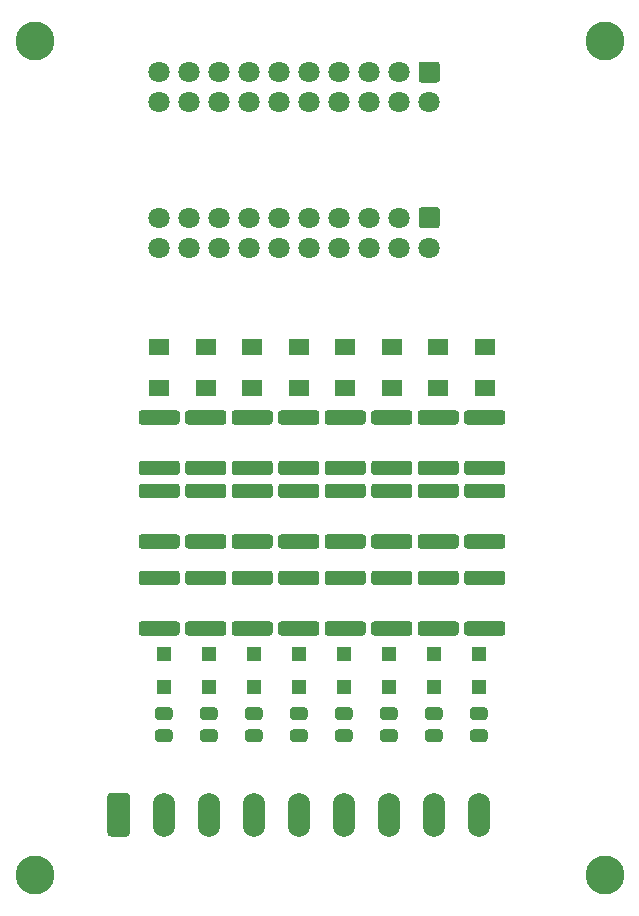
<source format=gbr>
%TF.GenerationSoftware,KiCad,Pcbnew,(5.1.6)-1*%
%TF.CreationDate,2021-03-16T16:30:30+01:00*%
%TF.ProjectId,24v-logic,3234762d-6c6f-4676-9963-2e6b69636164,rev?*%
%TF.SameCoordinates,Original*%
%TF.FileFunction,Soldermask,Top*%
%TF.FilePolarity,Negative*%
%FSLAX46Y46*%
G04 Gerber Fmt 4.6, Leading zero omitted, Abs format (unit mm)*
G04 Created by KiCad (PCBNEW (5.1.6)-1) date 2021-03-16 16:30:30*
%MOMM*%
%LPD*%
G01*
G04 APERTURE LIST*
%ADD10C,3.300000*%
%ADD11C,1.800000*%
%ADD12O,1.900000X3.700000*%
%ADD13R,1.200000X1.200000*%
%ADD14R,1.800000X1.400000*%
G04 APERTURE END LIST*
D10*
%TO.C,H4*%
X134747000Y-134620000D03*
%TD*%
%TO.C,H3*%
X134747000Y-64008000D03*
%TD*%
%TO.C,H2*%
X86487000Y-134620000D03*
%TD*%
%TO.C,H1*%
X86487000Y-64008000D03*
%TD*%
%TO.C,R24*%
G36*
G01*
X123109221Y-113158000D02*
X126064779Y-113158000D01*
G75*
G02*
X126337000Y-113430221I0J-272221D01*
G01*
X126337000Y-114110779D01*
G75*
G02*
X126064779Y-114383000I-272221J0D01*
G01*
X123109221Y-114383000D01*
G75*
G02*
X122837000Y-114110779I0J272221D01*
G01*
X122837000Y-113430221D01*
G75*
G02*
X123109221Y-113158000I272221J0D01*
G01*
G37*
G36*
G01*
X123109221Y-108883000D02*
X126064779Y-108883000D01*
G75*
G02*
X126337000Y-109155221I0J-272221D01*
G01*
X126337000Y-109835779D01*
G75*
G02*
X126064779Y-110108000I-272221J0D01*
G01*
X123109221Y-110108000D01*
G75*
G02*
X122837000Y-109835779I0J272221D01*
G01*
X122837000Y-109155221D01*
G75*
G02*
X123109221Y-108883000I272221J0D01*
G01*
G37*
%TD*%
%TO.C,R23*%
G36*
G01*
X119172221Y-113158000D02*
X122127779Y-113158000D01*
G75*
G02*
X122400000Y-113430221I0J-272221D01*
G01*
X122400000Y-114110779D01*
G75*
G02*
X122127779Y-114383000I-272221J0D01*
G01*
X119172221Y-114383000D01*
G75*
G02*
X118900000Y-114110779I0J272221D01*
G01*
X118900000Y-113430221D01*
G75*
G02*
X119172221Y-113158000I272221J0D01*
G01*
G37*
G36*
G01*
X119172221Y-108883000D02*
X122127779Y-108883000D01*
G75*
G02*
X122400000Y-109155221I0J-272221D01*
G01*
X122400000Y-109835779D01*
G75*
G02*
X122127779Y-110108000I-272221J0D01*
G01*
X119172221Y-110108000D01*
G75*
G02*
X118900000Y-109835779I0J272221D01*
G01*
X118900000Y-109155221D01*
G75*
G02*
X119172221Y-108883000I272221J0D01*
G01*
G37*
%TD*%
%TO.C,R22*%
G36*
G01*
X115235221Y-113158000D02*
X118190779Y-113158000D01*
G75*
G02*
X118463000Y-113430221I0J-272221D01*
G01*
X118463000Y-114110779D01*
G75*
G02*
X118190779Y-114383000I-272221J0D01*
G01*
X115235221Y-114383000D01*
G75*
G02*
X114963000Y-114110779I0J272221D01*
G01*
X114963000Y-113430221D01*
G75*
G02*
X115235221Y-113158000I272221J0D01*
G01*
G37*
G36*
G01*
X115235221Y-108883000D02*
X118190779Y-108883000D01*
G75*
G02*
X118463000Y-109155221I0J-272221D01*
G01*
X118463000Y-109835779D01*
G75*
G02*
X118190779Y-110108000I-272221J0D01*
G01*
X115235221Y-110108000D01*
G75*
G02*
X114963000Y-109835779I0J272221D01*
G01*
X114963000Y-109155221D01*
G75*
G02*
X115235221Y-108883000I272221J0D01*
G01*
G37*
%TD*%
%TO.C,R21*%
G36*
G01*
X111298221Y-113158000D02*
X114253779Y-113158000D01*
G75*
G02*
X114526000Y-113430221I0J-272221D01*
G01*
X114526000Y-114110779D01*
G75*
G02*
X114253779Y-114383000I-272221J0D01*
G01*
X111298221Y-114383000D01*
G75*
G02*
X111026000Y-114110779I0J272221D01*
G01*
X111026000Y-113430221D01*
G75*
G02*
X111298221Y-113158000I272221J0D01*
G01*
G37*
G36*
G01*
X111298221Y-108883000D02*
X114253779Y-108883000D01*
G75*
G02*
X114526000Y-109155221I0J-272221D01*
G01*
X114526000Y-109835779D01*
G75*
G02*
X114253779Y-110108000I-272221J0D01*
G01*
X111298221Y-110108000D01*
G75*
G02*
X111026000Y-109835779I0J272221D01*
G01*
X111026000Y-109155221D01*
G75*
G02*
X111298221Y-108883000I272221J0D01*
G01*
G37*
%TD*%
%TO.C,R20*%
G36*
G01*
X107361221Y-113158000D02*
X110316779Y-113158000D01*
G75*
G02*
X110589000Y-113430221I0J-272221D01*
G01*
X110589000Y-114110779D01*
G75*
G02*
X110316779Y-114383000I-272221J0D01*
G01*
X107361221Y-114383000D01*
G75*
G02*
X107089000Y-114110779I0J272221D01*
G01*
X107089000Y-113430221D01*
G75*
G02*
X107361221Y-113158000I272221J0D01*
G01*
G37*
G36*
G01*
X107361221Y-108883000D02*
X110316779Y-108883000D01*
G75*
G02*
X110589000Y-109155221I0J-272221D01*
G01*
X110589000Y-109835779D01*
G75*
G02*
X110316779Y-110108000I-272221J0D01*
G01*
X107361221Y-110108000D01*
G75*
G02*
X107089000Y-109835779I0J272221D01*
G01*
X107089000Y-109155221D01*
G75*
G02*
X107361221Y-108883000I272221J0D01*
G01*
G37*
%TD*%
%TO.C,R19*%
G36*
G01*
X103424221Y-113158000D02*
X106379779Y-113158000D01*
G75*
G02*
X106652000Y-113430221I0J-272221D01*
G01*
X106652000Y-114110779D01*
G75*
G02*
X106379779Y-114383000I-272221J0D01*
G01*
X103424221Y-114383000D01*
G75*
G02*
X103152000Y-114110779I0J272221D01*
G01*
X103152000Y-113430221D01*
G75*
G02*
X103424221Y-113158000I272221J0D01*
G01*
G37*
G36*
G01*
X103424221Y-108883000D02*
X106379779Y-108883000D01*
G75*
G02*
X106652000Y-109155221I0J-272221D01*
G01*
X106652000Y-109835779D01*
G75*
G02*
X106379779Y-110108000I-272221J0D01*
G01*
X103424221Y-110108000D01*
G75*
G02*
X103152000Y-109835779I0J272221D01*
G01*
X103152000Y-109155221D01*
G75*
G02*
X103424221Y-108883000I272221J0D01*
G01*
G37*
%TD*%
%TO.C,R18*%
G36*
G01*
X99487221Y-113158000D02*
X102442779Y-113158000D01*
G75*
G02*
X102715000Y-113430221I0J-272221D01*
G01*
X102715000Y-114110779D01*
G75*
G02*
X102442779Y-114383000I-272221J0D01*
G01*
X99487221Y-114383000D01*
G75*
G02*
X99215000Y-114110779I0J272221D01*
G01*
X99215000Y-113430221D01*
G75*
G02*
X99487221Y-113158000I272221J0D01*
G01*
G37*
G36*
G01*
X99487221Y-108883000D02*
X102442779Y-108883000D01*
G75*
G02*
X102715000Y-109155221I0J-272221D01*
G01*
X102715000Y-109835779D01*
G75*
G02*
X102442779Y-110108000I-272221J0D01*
G01*
X99487221Y-110108000D01*
G75*
G02*
X99215000Y-109835779I0J272221D01*
G01*
X99215000Y-109155221D01*
G75*
G02*
X99487221Y-108883000I272221J0D01*
G01*
G37*
%TD*%
%TO.C,R17*%
G36*
G01*
X95550221Y-113158000D02*
X98505779Y-113158000D01*
G75*
G02*
X98778000Y-113430221I0J-272221D01*
G01*
X98778000Y-114110779D01*
G75*
G02*
X98505779Y-114383000I-272221J0D01*
G01*
X95550221Y-114383000D01*
G75*
G02*
X95278000Y-114110779I0J272221D01*
G01*
X95278000Y-113430221D01*
G75*
G02*
X95550221Y-113158000I272221J0D01*
G01*
G37*
G36*
G01*
X95550221Y-108883000D02*
X98505779Y-108883000D01*
G75*
G02*
X98778000Y-109155221I0J-272221D01*
G01*
X98778000Y-109835779D01*
G75*
G02*
X98505779Y-110108000I-272221J0D01*
G01*
X95550221Y-110108000D01*
G75*
G02*
X95278000Y-109835779I0J272221D01*
G01*
X95278000Y-109155221D01*
G75*
G02*
X95550221Y-108883000I272221J0D01*
G01*
G37*
%TD*%
%TO.C,R16*%
G36*
G01*
X123109221Y-99569000D02*
X126064779Y-99569000D01*
G75*
G02*
X126337000Y-99841221I0J-272221D01*
G01*
X126337000Y-100521779D01*
G75*
G02*
X126064779Y-100794000I-272221J0D01*
G01*
X123109221Y-100794000D01*
G75*
G02*
X122837000Y-100521779I0J272221D01*
G01*
X122837000Y-99841221D01*
G75*
G02*
X123109221Y-99569000I272221J0D01*
G01*
G37*
G36*
G01*
X123109221Y-95294000D02*
X126064779Y-95294000D01*
G75*
G02*
X126337000Y-95566221I0J-272221D01*
G01*
X126337000Y-96246779D01*
G75*
G02*
X126064779Y-96519000I-272221J0D01*
G01*
X123109221Y-96519000D01*
G75*
G02*
X122837000Y-96246779I0J272221D01*
G01*
X122837000Y-95566221D01*
G75*
G02*
X123109221Y-95294000I272221J0D01*
G01*
G37*
%TD*%
%TO.C,R15*%
G36*
G01*
X123109221Y-105792000D02*
X126064779Y-105792000D01*
G75*
G02*
X126337000Y-106064221I0J-272221D01*
G01*
X126337000Y-106744779D01*
G75*
G02*
X126064779Y-107017000I-272221J0D01*
G01*
X123109221Y-107017000D01*
G75*
G02*
X122837000Y-106744779I0J272221D01*
G01*
X122837000Y-106064221D01*
G75*
G02*
X123109221Y-105792000I272221J0D01*
G01*
G37*
G36*
G01*
X123109221Y-101517000D02*
X126064779Y-101517000D01*
G75*
G02*
X126337000Y-101789221I0J-272221D01*
G01*
X126337000Y-102469779D01*
G75*
G02*
X126064779Y-102742000I-272221J0D01*
G01*
X123109221Y-102742000D01*
G75*
G02*
X122837000Y-102469779I0J272221D01*
G01*
X122837000Y-101789221D01*
G75*
G02*
X123109221Y-101517000I272221J0D01*
G01*
G37*
%TD*%
%TO.C,R14*%
G36*
G01*
X107361221Y-99569000D02*
X110316779Y-99569000D01*
G75*
G02*
X110589000Y-99841221I0J-272221D01*
G01*
X110589000Y-100521779D01*
G75*
G02*
X110316779Y-100794000I-272221J0D01*
G01*
X107361221Y-100794000D01*
G75*
G02*
X107089000Y-100521779I0J272221D01*
G01*
X107089000Y-99841221D01*
G75*
G02*
X107361221Y-99569000I272221J0D01*
G01*
G37*
G36*
G01*
X107361221Y-95294000D02*
X110316779Y-95294000D01*
G75*
G02*
X110589000Y-95566221I0J-272221D01*
G01*
X110589000Y-96246779D01*
G75*
G02*
X110316779Y-96519000I-272221J0D01*
G01*
X107361221Y-96519000D01*
G75*
G02*
X107089000Y-96246779I0J272221D01*
G01*
X107089000Y-95566221D01*
G75*
G02*
X107361221Y-95294000I272221J0D01*
G01*
G37*
%TD*%
%TO.C,R13*%
G36*
G01*
X107361221Y-105792000D02*
X110316779Y-105792000D01*
G75*
G02*
X110589000Y-106064221I0J-272221D01*
G01*
X110589000Y-106744779D01*
G75*
G02*
X110316779Y-107017000I-272221J0D01*
G01*
X107361221Y-107017000D01*
G75*
G02*
X107089000Y-106744779I0J272221D01*
G01*
X107089000Y-106064221D01*
G75*
G02*
X107361221Y-105792000I272221J0D01*
G01*
G37*
G36*
G01*
X107361221Y-101517000D02*
X110316779Y-101517000D01*
G75*
G02*
X110589000Y-101789221I0J-272221D01*
G01*
X110589000Y-102469779D01*
G75*
G02*
X110316779Y-102742000I-272221J0D01*
G01*
X107361221Y-102742000D01*
G75*
G02*
X107089000Y-102469779I0J272221D01*
G01*
X107089000Y-101789221D01*
G75*
G02*
X107361221Y-101517000I272221J0D01*
G01*
G37*
%TD*%
%TO.C,R12*%
G36*
G01*
X119172221Y-99569000D02*
X122127779Y-99569000D01*
G75*
G02*
X122400000Y-99841221I0J-272221D01*
G01*
X122400000Y-100521779D01*
G75*
G02*
X122127779Y-100794000I-272221J0D01*
G01*
X119172221Y-100794000D01*
G75*
G02*
X118900000Y-100521779I0J272221D01*
G01*
X118900000Y-99841221D01*
G75*
G02*
X119172221Y-99569000I272221J0D01*
G01*
G37*
G36*
G01*
X119172221Y-95294000D02*
X122127779Y-95294000D01*
G75*
G02*
X122400000Y-95566221I0J-272221D01*
G01*
X122400000Y-96246779D01*
G75*
G02*
X122127779Y-96519000I-272221J0D01*
G01*
X119172221Y-96519000D01*
G75*
G02*
X118900000Y-96246779I0J272221D01*
G01*
X118900000Y-95566221D01*
G75*
G02*
X119172221Y-95294000I272221J0D01*
G01*
G37*
%TD*%
%TO.C,R11*%
G36*
G01*
X119172221Y-105792000D02*
X122127779Y-105792000D01*
G75*
G02*
X122400000Y-106064221I0J-272221D01*
G01*
X122400000Y-106744779D01*
G75*
G02*
X122127779Y-107017000I-272221J0D01*
G01*
X119172221Y-107017000D01*
G75*
G02*
X118900000Y-106744779I0J272221D01*
G01*
X118900000Y-106064221D01*
G75*
G02*
X119172221Y-105792000I272221J0D01*
G01*
G37*
G36*
G01*
X119172221Y-101517000D02*
X122127779Y-101517000D01*
G75*
G02*
X122400000Y-101789221I0J-272221D01*
G01*
X122400000Y-102469779D01*
G75*
G02*
X122127779Y-102742000I-272221J0D01*
G01*
X119172221Y-102742000D01*
G75*
G02*
X118900000Y-102469779I0J272221D01*
G01*
X118900000Y-101789221D01*
G75*
G02*
X119172221Y-101517000I272221J0D01*
G01*
G37*
%TD*%
%TO.C,R10*%
G36*
G01*
X103424221Y-99569000D02*
X106379779Y-99569000D01*
G75*
G02*
X106652000Y-99841221I0J-272221D01*
G01*
X106652000Y-100521779D01*
G75*
G02*
X106379779Y-100794000I-272221J0D01*
G01*
X103424221Y-100794000D01*
G75*
G02*
X103152000Y-100521779I0J272221D01*
G01*
X103152000Y-99841221D01*
G75*
G02*
X103424221Y-99569000I272221J0D01*
G01*
G37*
G36*
G01*
X103424221Y-95294000D02*
X106379779Y-95294000D01*
G75*
G02*
X106652000Y-95566221I0J-272221D01*
G01*
X106652000Y-96246779D01*
G75*
G02*
X106379779Y-96519000I-272221J0D01*
G01*
X103424221Y-96519000D01*
G75*
G02*
X103152000Y-96246779I0J272221D01*
G01*
X103152000Y-95566221D01*
G75*
G02*
X103424221Y-95294000I272221J0D01*
G01*
G37*
%TD*%
%TO.C,R9*%
G36*
G01*
X103424221Y-105792000D02*
X106379779Y-105792000D01*
G75*
G02*
X106652000Y-106064221I0J-272221D01*
G01*
X106652000Y-106744779D01*
G75*
G02*
X106379779Y-107017000I-272221J0D01*
G01*
X103424221Y-107017000D01*
G75*
G02*
X103152000Y-106744779I0J272221D01*
G01*
X103152000Y-106064221D01*
G75*
G02*
X103424221Y-105792000I272221J0D01*
G01*
G37*
G36*
G01*
X103424221Y-101517000D02*
X106379779Y-101517000D01*
G75*
G02*
X106652000Y-101789221I0J-272221D01*
G01*
X106652000Y-102469779D01*
G75*
G02*
X106379779Y-102742000I-272221J0D01*
G01*
X103424221Y-102742000D01*
G75*
G02*
X103152000Y-102469779I0J272221D01*
G01*
X103152000Y-101789221D01*
G75*
G02*
X103424221Y-101517000I272221J0D01*
G01*
G37*
%TD*%
%TO.C,R8*%
G36*
G01*
X115235221Y-99569000D02*
X118190779Y-99569000D01*
G75*
G02*
X118463000Y-99841221I0J-272221D01*
G01*
X118463000Y-100521779D01*
G75*
G02*
X118190779Y-100794000I-272221J0D01*
G01*
X115235221Y-100794000D01*
G75*
G02*
X114963000Y-100521779I0J272221D01*
G01*
X114963000Y-99841221D01*
G75*
G02*
X115235221Y-99569000I272221J0D01*
G01*
G37*
G36*
G01*
X115235221Y-95294000D02*
X118190779Y-95294000D01*
G75*
G02*
X118463000Y-95566221I0J-272221D01*
G01*
X118463000Y-96246779D01*
G75*
G02*
X118190779Y-96519000I-272221J0D01*
G01*
X115235221Y-96519000D01*
G75*
G02*
X114963000Y-96246779I0J272221D01*
G01*
X114963000Y-95566221D01*
G75*
G02*
X115235221Y-95294000I272221J0D01*
G01*
G37*
%TD*%
%TO.C,R7*%
G36*
G01*
X115235221Y-105792000D02*
X118190779Y-105792000D01*
G75*
G02*
X118463000Y-106064221I0J-272221D01*
G01*
X118463000Y-106744779D01*
G75*
G02*
X118190779Y-107017000I-272221J0D01*
G01*
X115235221Y-107017000D01*
G75*
G02*
X114963000Y-106744779I0J272221D01*
G01*
X114963000Y-106064221D01*
G75*
G02*
X115235221Y-105792000I272221J0D01*
G01*
G37*
G36*
G01*
X115235221Y-101517000D02*
X118190779Y-101517000D01*
G75*
G02*
X118463000Y-101789221I0J-272221D01*
G01*
X118463000Y-102469779D01*
G75*
G02*
X118190779Y-102742000I-272221J0D01*
G01*
X115235221Y-102742000D01*
G75*
G02*
X114963000Y-102469779I0J272221D01*
G01*
X114963000Y-101789221D01*
G75*
G02*
X115235221Y-101517000I272221J0D01*
G01*
G37*
%TD*%
%TO.C,R6*%
G36*
G01*
X99487221Y-99569000D02*
X102442779Y-99569000D01*
G75*
G02*
X102715000Y-99841221I0J-272221D01*
G01*
X102715000Y-100521779D01*
G75*
G02*
X102442779Y-100794000I-272221J0D01*
G01*
X99487221Y-100794000D01*
G75*
G02*
X99215000Y-100521779I0J272221D01*
G01*
X99215000Y-99841221D01*
G75*
G02*
X99487221Y-99569000I272221J0D01*
G01*
G37*
G36*
G01*
X99487221Y-95294000D02*
X102442779Y-95294000D01*
G75*
G02*
X102715000Y-95566221I0J-272221D01*
G01*
X102715000Y-96246779D01*
G75*
G02*
X102442779Y-96519000I-272221J0D01*
G01*
X99487221Y-96519000D01*
G75*
G02*
X99215000Y-96246779I0J272221D01*
G01*
X99215000Y-95566221D01*
G75*
G02*
X99487221Y-95294000I272221J0D01*
G01*
G37*
%TD*%
%TO.C,R5*%
G36*
G01*
X99487221Y-105792000D02*
X102442779Y-105792000D01*
G75*
G02*
X102715000Y-106064221I0J-272221D01*
G01*
X102715000Y-106744779D01*
G75*
G02*
X102442779Y-107017000I-272221J0D01*
G01*
X99487221Y-107017000D01*
G75*
G02*
X99215000Y-106744779I0J272221D01*
G01*
X99215000Y-106064221D01*
G75*
G02*
X99487221Y-105792000I272221J0D01*
G01*
G37*
G36*
G01*
X99487221Y-101517000D02*
X102442779Y-101517000D01*
G75*
G02*
X102715000Y-101789221I0J-272221D01*
G01*
X102715000Y-102469779D01*
G75*
G02*
X102442779Y-102742000I-272221J0D01*
G01*
X99487221Y-102742000D01*
G75*
G02*
X99215000Y-102469779I0J272221D01*
G01*
X99215000Y-101789221D01*
G75*
G02*
X99487221Y-101517000I272221J0D01*
G01*
G37*
%TD*%
%TO.C,R4*%
G36*
G01*
X111298221Y-99569000D02*
X114253779Y-99569000D01*
G75*
G02*
X114526000Y-99841221I0J-272221D01*
G01*
X114526000Y-100521779D01*
G75*
G02*
X114253779Y-100794000I-272221J0D01*
G01*
X111298221Y-100794000D01*
G75*
G02*
X111026000Y-100521779I0J272221D01*
G01*
X111026000Y-99841221D01*
G75*
G02*
X111298221Y-99569000I272221J0D01*
G01*
G37*
G36*
G01*
X111298221Y-95294000D02*
X114253779Y-95294000D01*
G75*
G02*
X114526000Y-95566221I0J-272221D01*
G01*
X114526000Y-96246779D01*
G75*
G02*
X114253779Y-96519000I-272221J0D01*
G01*
X111298221Y-96519000D01*
G75*
G02*
X111026000Y-96246779I0J272221D01*
G01*
X111026000Y-95566221D01*
G75*
G02*
X111298221Y-95294000I272221J0D01*
G01*
G37*
%TD*%
%TO.C,R3*%
G36*
G01*
X111298221Y-105792000D02*
X114253779Y-105792000D01*
G75*
G02*
X114526000Y-106064221I0J-272221D01*
G01*
X114526000Y-106744779D01*
G75*
G02*
X114253779Y-107017000I-272221J0D01*
G01*
X111298221Y-107017000D01*
G75*
G02*
X111026000Y-106744779I0J272221D01*
G01*
X111026000Y-106064221D01*
G75*
G02*
X111298221Y-105792000I272221J0D01*
G01*
G37*
G36*
G01*
X111298221Y-101517000D02*
X114253779Y-101517000D01*
G75*
G02*
X114526000Y-101789221I0J-272221D01*
G01*
X114526000Y-102469779D01*
G75*
G02*
X114253779Y-102742000I-272221J0D01*
G01*
X111298221Y-102742000D01*
G75*
G02*
X111026000Y-102469779I0J272221D01*
G01*
X111026000Y-101789221D01*
G75*
G02*
X111298221Y-101517000I272221J0D01*
G01*
G37*
%TD*%
%TO.C,R2*%
G36*
G01*
X95550221Y-99569000D02*
X98505779Y-99569000D01*
G75*
G02*
X98778000Y-99841221I0J-272221D01*
G01*
X98778000Y-100521779D01*
G75*
G02*
X98505779Y-100794000I-272221J0D01*
G01*
X95550221Y-100794000D01*
G75*
G02*
X95278000Y-100521779I0J272221D01*
G01*
X95278000Y-99841221D01*
G75*
G02*
X95550221Y-99569000I272221J0D01*
G01*
G37*
G36*
G01*
X95550221Y-95294000D02*
X98505779Y-95294000D01*
G75*
G02*
X98778000Y-95566221I0J-272221D01*
G01*
X98778000Y-96246779D01*
G75*
G02*
X98505779Y-96519000I-272221J0D01*
G01*
X95550221Y-96519000D01*
G75*
G02*
X95278000Y-96246779I0J272221D01*
G01*
X95278000Y-95566221D01*
G75*
G02*
X95550221Y-95294000I272221J0D01*
G01*
G37*
%TD*%
%TO.C,R1*%
G36*
G01*
X95550221Y-105792000D02*
X98505779Y-105792000D01*
G75*
G02*
X98778000Y-106064221I0J-272221D01*
G01*
X98778000Y-106744779D01*
G75*
G02*
X98505779Y-107017000I-272221J0D01*
G01*
X95550221Y-107017000D01*
G75*
G02*
X95278000Y-106744779I0J272221D01*
G01*
X95278000Y-106064221D01*
G75*
G02*
X95550221Y-105792000I272221J0D01*
G01*
G37*
G36*
G01*
X95550221Y-101517000D02*
X98505779Y-101517000D01*
G75*
G02*
X98778000Y-101789221I0J-272221D01*
G01*
X98778000Y-102469779D01*
G75*
G02*
X98505779Y-102742000I-272221J0D01*
G01*
X95550221Y-102742000D01*
G75*
G02*
X95278000Y-102469779I0J272221D01*
G01*
X95278000Y-101789221D01*
G75*
G02*
X95550221Y-101517000I272221J0D01*
G01*
G37*
%TD*%
D11*
%TO.C,J3*%
X97028000Y-81534000D03*
X99568000Y-81534000D03*
X102108000Y-81534000D03*
X104648000Y-81534000D03*
X107188000Y-81534000D03*
X109728000Y-81534000D03*
X112268000Y-81534000D03*
X114808000Y-81534000D03*
X117348000Y-81534000D03*
X119888000Y-81534000D03*
X97028000Y-78994000D03*
X99568000Y-78994000D03*
X102108000Y-78994000D03*
X104648000Y-78994000D03*
X107188000Y-78994000D03*
X109728000Y-78994000D03*
X112268000Y-78994000D03*
X114808000Y-78994000D03*
X117348000Y-78994000D03*
G36*
G01*
X119252706Y-78094000D02*
X120523294Y-78094000D01*
G75*
G02*
X120788000Y-78358706I0J-264706D01*
G01*
X120788000Y-79629294D01*
G75*
G02*
X120523294Y-79894000I-264706J0D01*
G01*
X119252706Y-79894000D01*
G75*
G02*
X118988000Y-79629294I0J264706D01*
G01*
X118988000Y-78358706D01*
G75*
G02*
X119252706Y-78094000I264706J0D01*
G01*
G37*
%TD*%
D12*
%TO.C,J2*%
X124079000Y-129540000D03*
X120269000Y-129540000D03*
X116459000Y-129540000D03*
X112649000Y-129540000D03*
X108839000Y-129540000D03*
X105029000Y-129540000D03*
X101219000Y-129540000D03*
X97409000Y-129540000D03*
G36*
G01*
X92649000Y-131126111D02*
X92649000Y-127953889D01*
G75*
G02*
X92912889Y-127690000I263889J0D01*
G01*
X94285111Y-127690000D01*
G75*
G02*
X94549000Y-127953889I0J-263889D01*
G01*
X94549000Y-131126111D01*
G75*
G02*
X94285111Y-131390000I-263889J0D01*
G01*
X92912889Y-131390000D01*
G75*
G02*
X92649000Y-131126111I0J263889D01*
G01*
G37*
%TD*%
%TO.C,D24*%
G36*
G01*
X123597750Y-122320000D02*
X124560250Y-122320000D01*
G75*
G02*
X124829000Y-122588750I0J-268750D01*
G01*
X124829000Y-123126250D01*
G75*
G02*
X124560250Y-123395000I-268750J0D01*
G01*
X123597750Y-123395000D01*
G75*
G02*
X123329000Y-123126250I0J268750D01*
G01*
X123329000Y-122588750D01*
G75*
G02*
X123597750Y-122320000I268750J0D01*
G01*
G37*
G36*
G01*
X123597750Y-120445000D02*
X124560250Y-120445000D01*
G75*
G02*
X124829000Y-120713750I0J-268750D01*
G01*
X124829000Y-121251250D01*
G75*
G02*
X124560250Y-121520000I-268750J0D01*
G01*
X123597750Y-121520000D01*
G75*
G02*
X123329000Y-121251250I0J268750D01*
G01*
X123329000Y-120713750D01*
G75*
G02*
X123597750Y-120445000I268750J0D01*
G01*
G37*
%TD*%
%TO.C,D23*%
G36*
G01*
X119787750Y-122320000D02*
X120750250Y-122320000D01*
G75*
G02*
X121019000Y-122588750I0J-268750D01*
G01*
X121019000Y-123126250D01*
G75*
G02*
X120750250Y-123395000I-268750J0D01*
G01*
X119787750Y-123395000D01*
G75*
G02*
X119519000Y-123126250I0J268750D01*
G01*
X119519000Y-122588750D01*
G75*
G02*
X119787750Y-122320000I268750J0D01*
G01*
G37*
G36*
G01*
X119787750Y-120445000D02*
X120750250Y-120445000D01*
G75*
G02*
X121019000Y-120713750I0J-268750D01*
G01*
X121019000Y-121251250D01*
G75*
G02*
X120750250Y-121520000I-268750J0D01*
G01*
X119787750Y-121520000D01*
G75*
G02*
X119519000Y-121251250I0J268750D01*
G01*
X119519000Y-120713750D01*
G75*
G02*
X119787750Y-120445000I268750J0D01*
G01*
G37*
%TD*%
%TO.C,D22*%
G36*
G01*
X115977750Y-122320000D02*
X116940250Y-122320000D01*
G75*
G02*
X117209000Y-122588750I0J-268750D01*
G01*
X117209000Y-123126250D01*
G75*
G02*
X116940250Y-123395000I-268750J0D01*
G01*
X115977750Y-123395000D01*
G75*
G02*
X115709000Y-123126250I0J268750D01*
G01*
X115709000Y-122588750D01*
G75*
G02*
X115977750Y-122320000I268750J0D01*
G01*
G37*
G36*
G01*
X115977750Y-120445000D02*
X116940250Y-120445000D01*
G75*
G02*
X117209000Y-120713750I0J-268750D01*
G01*
X117209000Y-121251250D01*
G75*
G02*
X116940250Y-121520000I-268750J0D01*
G01*
X115977750Y-121520000D01*
G75*
G02*
X115709000Y-121251250I0J268750D01*
G01*
X115709000Y-120713750D01*
G75*
G02*
X115977750Y-120445000I268750J0D01*
G01*
G37*
%TD*%
%TO.C,D21*%
G36*
G01*
X112167750Y-122320000D02*
X113130250Y-122320000D01*
G75*
G02*
X113399000Y-122588750I0J-268750D01*
G01*
X113399000Y-123126250D01*
G75*
G02*
X113130250Y-123395000I-268750J0D01*
G01*
X112167750Y-123395000D01*
G75*
G02*
X111899000Y-123126250I0J268750D01*
G01*
X111899000Y-122588750D01*
G75*
G02*
X112167750Y-122320000I268750J0D01*
G01*
G37*
G36*
G01*
X112167750Y-120445000D02*
X113130250Y-120445000D01*
G75*
G02*
X113399000Y-120713750I0J-268750D01*
G01*
X113399000Y-121251250D01*
G75*
G02*
X113130250Y-121520000I-268750J0D01*
G01*
X112167750Y-121520000D01*
G75*
G02*
X111899000Y-121251250I0J268750D01*
G01*
X111899000Y-120713750D01*
G75*
G02*
X112167750Y-120445000I268750J0D01*
G01*
G37*
%TD*%
%TO.C,D20*%
G36*
G01*
X108357750Y-122320000D02*
X109320250Y-122320000D01*
G75*
G02*
X109589000Y-122588750I0J-268750D01*
G01*
X109589000Y-123126250D01*
G75*
G02*
X109320250Y-123395000I-268750J0D01*
G01*
X108357750Y-123395000D01*
G75*
G02*
X108089000Y-123126250I0J268750D01*
G01*
X108089000Y-122588750D01*
G75*
G02*
X108357750Y-122320000I268750J0D01*
G01*
G37*
G36*
G01*
X108357750Y-120445000D02*
X109320250Y-120445000D01*
G75*
G02*
X109589000Y-120713750I0J-268750D01*
G01*
X109589000Y-121251250D01*
G75*
G02*
X109320250Y-121520000I-268750J0D01*
G01*
X108357750Y-121520000D01*
G75*
G02*
X108089000Y-121251250I0J268750D01*
G01*
X108089000Y-120713750D01*
G75*
G02*
X108357750Y-120445000I268750J0D01*
G01*
G37*
%TD*%
%TO.C,D19*%
G36*
G01*
X104547750Y-122320000D02*
X105510250Y-122320000D01*
G75*
G02*
X105779000Y-122588750I0J-268750D01*
G01*
X105779000Y-123126250D01*
G75*
G02*
X105510250Y-123395000I-268750J0D01*
G01*
X104547750Y-123395000D01*
G75*
G02*
X104279000Y-123126250I0J268750D01*
G01*
X104279000Y-122588750D01*
G75*
G02*
X104547750Y-122320000I268750J0D01*
G01*
G37*
G36*
G01*
X104547750Y-120445000D02*
X105510250Y-120445000D01*
G75*
G02*
X105779000Y-120713750I0J-268750D01*
G01*
X105779000Y-121251250D01*
G75*
G02*
X105510250Y-121520000I-268750J0D01*
G01*
X104547750Y-121520000D01*
G75*
G02*
X104279000Y-121251250I0J268750D01*
G01*
X104279000Y-120713750D01*
G75*
G02*
X104547750Y-120445000I268750J0D01*
G01*
G37*
%TD*%
%TO.C,D18*%
G36*
G01*
X100737750Y-122320000D02*
X101700250Y-122320000D01*
G75*
G02*
X101969000Y-122588750I0J-268750D01*
G01*
X101969000Y-123126250D01*
G75*
G02*
X101700250Y-123395000I-268750J0D01*
G01*
X100737750Y-123395000D01*
G75*
G02*
X100469000Y-123126250I0J268750D01*
G01*
X100469000Y-122588750D01*
G75*
G02*
X100737750Y-122320000I268750J0D01*
G01*
G37*
G36*
G01*
X100737750Y-120445000D02*
X101700250Y-120445000D01*
G75*
G02*
X101969000Y-120713750I0J-268750D01*
G01*
X101969000Y-121251250D01*
G75*
G02*
X101700250Y-121520000I-268750J0D01*
G01*
X100737750Y-121520000D01*
G75*
G02*
X100469000Y-121251250I0J268750D01*
G01*
X100469000Y-120713750D01*
G75*
G02*
X100737750Y-120445000I268750J0D01*
G01*
G37*
%TD*%
%TO.C,D17*%
G36*
G01*
X96927750Y-122320000D02*
X97890250Y-122320000D01*
G75*
G02*
X98159000Y-122588750I0J-268750D01*
G01*
X98159000Y-123126250D01*
G75*
G02*
X97890250Y-123395000I-268750J0D01*
G01*
X96927750Y-123395000D01*
G75*
G02*
X96659000Y-123126250I0J268750D01*
G01*
X96659000Y-122588750D01*
G75*
G02*
X96927750Y-122320000I268750J0D01*
G01*
G37*
G36*
G01*
X96927750Y-120445000D02*
X97890250Y-120445000D01*
G75*
G02*
X98159000Y-120713750I0J-268750D01*
G01*
X98159000Y-121251250D01*
G75*
G02*
X97890250Y-121520000I-268750J0D01*
G01*
X96927750Y-121520000D01*
G75*
G02*
X96659000Y-121251250I0J268750D01*
G01*
X96659000Y-120713750D01*
G75*
G02*
X96927750Y-120445000I268750J0D01*
G01*
G37*
%TD*%
D13*
%TO.C,D16*%
X124079000Y-118748000D03*
X124079000Y-115948000D03*
%TD*%
%TO.C,D15*%
X120269000Y-118748000D03*
X120269000Y-115948000D03*
%TD*%
%TO.C,D14*%
X116459000Y-118748000D03*
X116459000Y-115948000D03*
%TD*%
%TO.C,D13*%
X112649000Y-118748000D03*
X112649000Y-115948000D03*
%TD*%
%TO.C,D12*%
X108839000Y-118748000D03*
X108839000Y-115948000D03*
%TD*%
%TO.C,D11*%
X105029000Y-118748000D03*
X105029000Y-115948000D03*
%TD*%
%TO.C,D10*%
X101219000Y-118748000D03*
X101219000Y-115948000D03*
%TD*%
%TO.C,D9*%
X97409000Y-118748000D03*
X97409000Y-115948000D03*
%TD*%
D14*
%TO.C,D8*%
X124587000Y-93444000D03*
X124587000Y-89944000D03*
%TD*%
%TO.C,D7*%
X120650000Y-93444000D03*
X120650000Y-89944000D03*
%TD*%
%TO.C,D6*%
X116713000Y-93444000D03*
X116713000Y-89944000D03*
%TD*%
%TO.C,D5*%
X112776000Y-93444000D03*
X112776000Y-89944000D03*
%TD*%
%TO.C,D4*%
X108839000Y-93444000D03*
X108839000Y-89944000D03*
%TD*%
%TO.C,D3*%
X104902000Y-93444000D03*
X104902000Y-89944000D03*
%TD*%
%TO.C,D2*%
X100965000Y-93444000D03*
X100965000Y-89944000D03*
%TD*%
%TO.C,D1*%
X97028000Y-93444000D03*
X97028000Y-89944000D03*
%TD*%
D11*
%TO.C,J1*%
X97028000Y-69215000D03*
X99568000Y-69215000D03*
X102108000Y-69215000D03*
X104648000Y-69215000D03*
X107188000Y-69215000D03*
X109728000Y-69215000D03*
X112268000Y-69215000D03*
X114808000Y-69215000D03*
X117348000Y-69215000D03*
X119888000Y-69215000D03*
X97028000Y-66675000D03*
X99568000Y-66675000D03*
X102108000Y-66675000D03*
X104648000Y-66675000D03*
X107188000Y-66675000D03*
X109728000Y-66675000D03*
X112268000Y-66675000D03*
X114808000Y-66675000D03*
X117348000Y-66675000D03*
G36*
G01*
X119252706Y-65775000D02*
X120523294Y-65775000D01*
G75*
G02*
X120788000Y-66039706I0J-264706D01*
G01*
X120788000Y-67310294D01*
G75*
G02*
X120523294Y-67575000I-264706J0D01*
G01*
X119252706Y-67575000D01*
G75*
G02*
X118988000Y-67310294I0J264706D01*
G01*
X118988000Y-66039706D01*
G75*
G02*
X119252706Y-65775000I264706J0D01*
G01*
G37*
%TD*%
M02*

</source>
